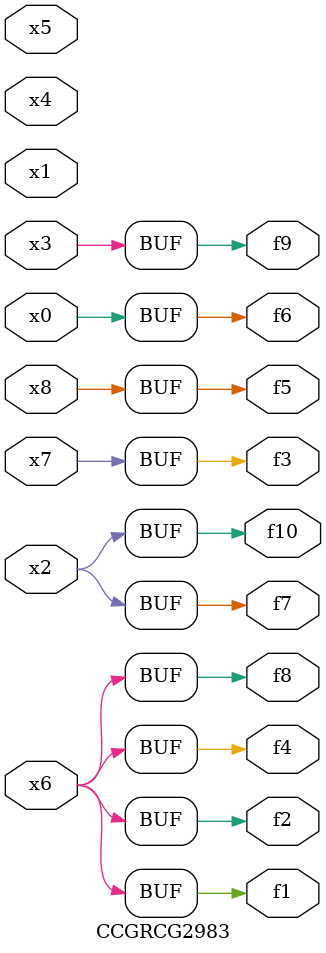
<source format=v>
module CCGRCG2983(
	input x0, x1, x2, x3, x4, x5, x6, x7, x8,
	output f1, f2, f3, f4, f5, f6, f7, f8, f9, f10
);
	assign f1 = x6;
	assign f2 = x6;
	assign f3 = x7;
	assign f4 = x6;
	assign f5 = x8;
	assign f6 = x0;
	assign f7 = x2;
	assign f8 = x6;
	assign f9 = x3;
	assign f10 = x2;
endmodule

</source>
